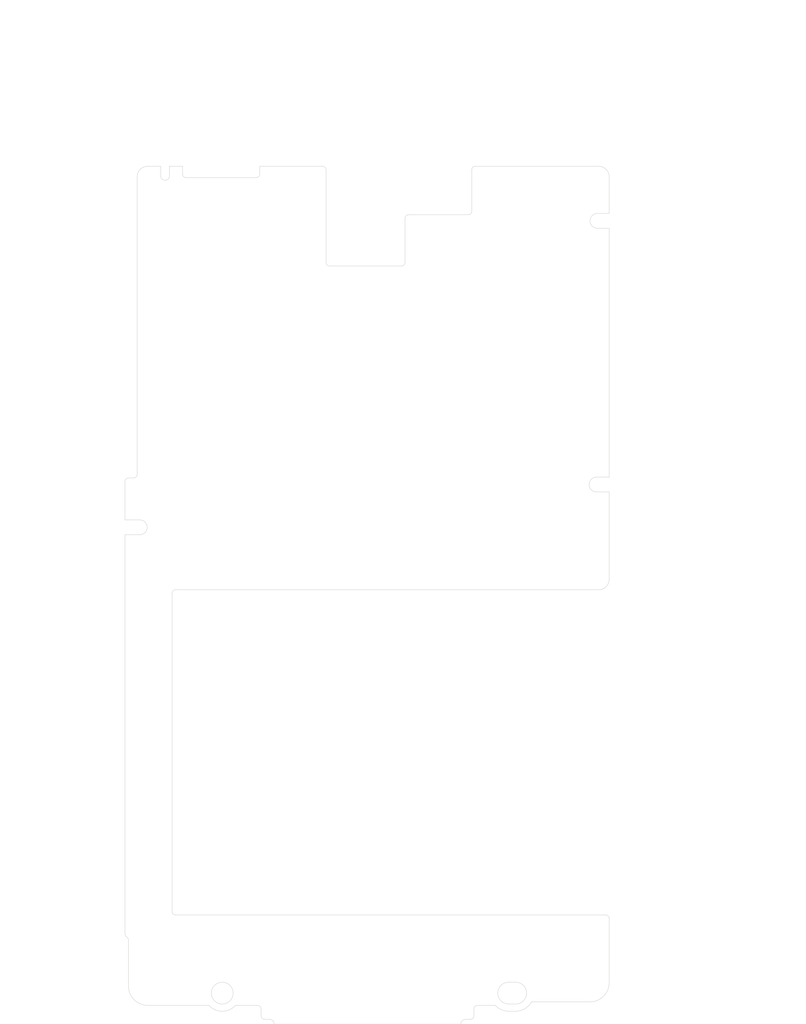
<source format=kicad_pcb>
(kicad_pcb (version 20171130) (host pcbnew "(5.1.6)-1")

  (general
    (thickness 0.8)
    (drawings 43)
    (tracks 0)
    (zones 0)
    (modules 0)
    (nets 1)
  )

  (page A4)
  (layers
    (0 F.Cu signal)
    (31 B.Cu signal)
    (32 B.Adhes user)
    (33 F.Adhes user)
    (34 B.Paste user)
    (35 F.Paste user)
    (36 B.SilkS user)
    (37 F.SilkS user)
    (38 B.Mask user)
    (39 F.Mask user)
    (40 Dwgs.User user)
    (41 Cmts.User user)
    (42 Eco1.User user)
    (43 Eco2.User user)
    (44 Edge.Cuts user)
    (45 Margin user)
    (46 B.CrtYd user)
    (47 F.CrtYd user)
    (48 B.Fab user)
    (49 F.Fab user)
  )

  (setup
    (last_trace_width 0.25)
    (trace_clearance 0.2)
    (zone_clearance 0.508)
    (zone_45_only no)
    (trace_min 0.2)
    (via_size 0.8)
    (via_drill 0.4)
    (via_min_size 0.4)
    (via_min_drill 0.3)
    (uvia_size 0.3)
    (uvia_drill 0.1)
    (uvias_allowed no)
    (uvia_min_size 0.2)
    (uvia_min_drill 0.1)
    (edge_width 0.05)
    (segment_width 0.2)
    (pcb_text_width 0.3)
    (pcb_text_size 1.5 1.5)
    (mod_edge_width 0.12)
    (mod_text_size 1 1)
    (mod_text_width 0.15)
    (pad_size 1.524 1.524)
    (pad_drill 0.762)
    (pad_to_mask_clearance 0.05)
    (aux_axis_origin 0 0)
    (grid_origin 40.64 43.18)
    (visible_elements 7FFFFFFF)
    (pcbplotparams
      (layerselection 0x010fc_ffffffff)
      (usegerberextensions false)
      (usegerberattributes true)
      (usegerberadvancedattributes true)
      (creategerberjobfile true)
      (excludeedgelayer true)
      (linewidth 0.100000)
      (plotframeref false)
      (viasonmask false)
      (mode 1)
      (useauxorigin false)
      (hpglpennumber 1)
      (hpglpenspeed 20)
      (hpglpendiameter 15.000000)
      (psnegative false)
      (psa4output false)
      (plotreference true)
      (plotvalue true)
      (plotinvisibletext false)
      (padsonsilk false)
      (subtractmaskfromsilk false)
      (outputformat 1)
      (mirror false)
      (drillshape 1)
      (scaleselection 1)
      (outputdirectory ""))
  )

  (net 0 "")

  (net_class Default "This is the default net class."
    (clearance 0.2)
    (trace_width 0.25)
    (via_dia 0.8)
    (via_drill 0.4)
    (uvia_dia 0.3)
    (uvia_drill 0.1)
  )

  (gr_text "Board thickness: 0.8mm" (at 71.12 27.94) (layer Cmts.User)
    (effects (font (size 5 5) (thickness 0.5)))
  )
                                          

                                           
                                                                                 
                                                                                 
  (gr_line (start 94.740 44.380) (end 94.740 48.580) (angle 90) (layer Edge.Cuts) (width 0.05))
  (gr_line (start 41.840 43.180) (end 43.340 43.180) (angle 90) (layer Edge.Cuts) (width 0.05))
  (gr_arc (start 41.840 44.380) (end 41.840 43.180) (angle -90.000) (layer Edge.Cuts) (width 0.05))
  (gr_arc (start 93.540 44.380) (end 94.740 44.380) (angle -90.000) (layer Edge.Cuts) (width 0.05))
  (gr_line (start 93.540 91.680) (end 45.040 91.680) (angle 90) (layer Edge.Cuts) (width 0.05))
  (gr_arc (start 93.540 90.480) (end 93.540 91.680) (angle -90.000) (layer Edge.Cuts) (width 0.05))
  (gr_line (start 39.640 78.880) (end 40.240 78.880) (angle 90) (layer Edge.Cuts) (width 0.05))
  (gr_line (start 39.240 79.280) (end 39.240 83.680) (angle 90) (layer Edge.Cuts) (width 0.05))
  (gr_arc (start 39.640 79.280) (end 39.640 78.880) (angle -90.000) (layer Edge.Cuts) (width 0.05))
  (gr_arc (start 40.240 78.480) (end 40.240 78.880) (angle -90.000) (layer Edge.Cuts) (width 0.05))
  (gr_line (start 44.640 92.080) (end 44.640 128.530) (angle 90) (layer Edge.Cuts) (width 0.05))
  (gr_line (start 45.040 128.930) (end 94.340 128.930) (angle 90) (layer Edge.Cuts) (width 0.05))
  (gr_arc (start 45.040 92.080) (end 45.040 91.680) (angle -90.000) (layer Edge.Cuts) (width 0.05))
  (gr_arc (start 45.040 128.530) (end 44.640 128.530) (angle -90.000) (layer Edge.Cuts) (width 0.05))
  (gr_line (start 39.357 131.363) (end 39.523 131.529) (angle 90) (layer Edge.Cuts) (width 0.05))
  (gr_line (start 39.640 131.811) (end 39.640 137.080) (angle 90) (layer Edge.Cuts) (width 0.05))
  (gr_arc (start 39.640 131.080) (end 39.240 131.080) (angle -45.000) (layer Edge.Cuts) (width 0.05))
  (gr_arc (start 39.240 131.811) (end 39.640 131.811) (angle -45.000) (layer Edge.Cuts) (width 0.05))
  (gr_line (start 41.840 139.280) (end 48.858 139.280) (angle 90) (layer Edge.Cuts) (width 0.05))
  (gr_arc (start 41.840 137.080) (end 39.640 137.080) (angle -90.000) (layer Edge.Cuts) (width 0.05))
  (gr_arc (start 50.390 137.880) (end 48.858 139.280) (angle -95.138) (layer Edge.Cuts) (width 0.05))
  (gr_line (start 54.840 139.680) (end 54.840 140.480) (angle 90) (layer Edge.Cuts) (width 0.05))
  (gr_line (start 55.240 140.880) (end 55.790 140.880) (angle 90) (layer Edge.Cuts) (width 0.05))
  (gr_arc (start 54.440 139.680) (end 54.840 139.680) (angle -90.000) (layer Edge.Cuts) (width 0.05))
  (gr_arc (start 55.240 140.480) (end 54.840 140.480) (angle -90.000) (layer Edge.Cuts) (width 0.05))
  (gr_line (start 56.340 141.430) (end 77.740 141.430) (angle 90) (layer Edge.Cuts) (width 0.05))
  (gr_arc (start 55.790 141.430) (end 56.340 141.430) (angle -90.000) (layer Edge.Cuts) (width 0.05))
  (gr_arc (start 78.290 141.430) (end 78.290 140.880) (angle -90.000) (layer Edge.Cuts) (width 0.05))
  (gr_line (start 78.290 140.880) (end 78.840 140.880) (angle 90) (layer Edge.Cuts) (width 0.05))
  (gr_line (start 79.240 140.480) (end 79.240 139.680) (angle 90) (layer Edge.Cuts) (width 0.05))
  (gr_arc (start 78.840 140.480) (end 78.840 140.880) (angle -90.000) (layer Edge.Cuts) (width 0.05))
  (gr_line (start 51.922 139.280) (end 54.440 139.280) (angle 90) (layer Edge.Cuts) (width 0.05))
  (gr_line (start 79.640 139.280) (end 81.690 139.280) (angle 90) (layer Edge.Cuts) (width 0.05))
  (gr_arc (start 79.640 139.680) (end 79.640 139.280) (angle -90.000) (layer Edge.Cuts) (width 0.05))
  (gr_arc (start 83.222 137.880) (end 81.690 139.280) (angle -47.569) (layer Edge.Cuts) (width 0.05))
  (gr_arc (start 84.022 137.880) (end 84.022 139.955) (angle -61.189) (layer Edge.Cuts) (width 0.05))
  (gr_line (start 83.222 139.955) (end 84.022 139.955) (angle 90) (layer Edge.Cuts) (width 0.05))
  (gr_line (start 85.840 138.880) (end 92.540 138.880) (angle 90) (layer Edge.Cuts) (width 0.05))
  (gr_line (start 94.740 129.330) (end 94.740 136.680) (angle 90) (layer Edge.Cuts) (width 0.05))
  (gr_arc (start 92.540 136.680) (end 92.540 138.880) (angle -90.000) (layer Edge.Cuts) (width 0.05))
  (gr_arc (start 94.340 129.330) (end 94.740 129.330) (angle -90.000) (layer Edge.Cuts) (width 0.05))
  (gr_circle (center 50.390 137.880) (end 49.140 137.880) (layer Edge.Cuts) (width 0.05))
  (gr_arc (start 83.222 137.880) (end 83.222 136.630) (angle -180.000) (layer Edge.Cuts) (width 0.05))
  (gr_arc (start 84.022 137.880) (end 84.022 139.130) (angle -180.000) (layer Edge.Cuts) (width 0.05))
  (gr_line (start 83.222 139.130) (end 84.022 139.130) (angle 90) (layer Edge.Cuts) (width 0.05))
  (gr_line (start 83.222 136.630) (end 84.022 136.630) (angle 90) (layer Edge.Cuts) (width 0.05))
  (gr_line (start 78.990 43.580) (end 78.990 48.330) (angle 90) (layer Edge.Cuts) (width 0.05))
  (gr_line (start 71.740 48.730) (end 78.590 48.730) (angle 90) (layer Edge.Cuts) (width 0.05))
  (gr_line (start 71.340 49.130) (end 71.340 54.200) (angle 90) (layer Edge.Cuts) (width 0.05))
  (gr_line (start 62.690 54.600) (end 70.940 54.600) (angle 90) (layer Edge.Cuts) (width 0.05))
  (gr_line (start 62.290 54.200) (end 62.290 43.580) (angle 90) (layer Edge.Cuts) (width 0.05))
  (gr_line (start 79.390 43.180) (end 93.540 43.180) (angle 90) (layer Edge.Cuts) (width 0.05))
  (gr_arc (start 61.890 43.580) (end 62.290 43.580) (angle -90.000) (layer Edge.Cuts) (width 0.05))
  (gr_arc (start 62.690 54.200) (end 62.290 54.200) (angle -90.000) (layer Edge.Cuts) (width 0.05))
  (gr_arc (start 70.940 54.200) (end 70.940 54.600) (angle -90.000) (layer Edge.Cuts) (width 0.05))
  (gr_arc (start 71.740 49.130) (end 71.740 48.730) (angle -90.000) (layer Edge.Cuts) (width 0.05))
  (gr_arc (start 78.590 48.330) (end 78.590 48.730) (angle -90.000) (layer Edge.Cuts) (width 0.05))
  (gr_arc (start 79.390 43.580) (end 79.390 43.180) (angle -90.000) (layer Edge.Cuts) (width 0.05))
  (gr_line (start 45.840 43.180) (end 45.840 44.080) (angle 90) (layer Edge.Cuts) (width 0.05))
  (gr_line (start 46.240 44.480) (end 54.290 44.480) (angle 90) (layer Edge.Cuts) (width 0.05))
  (gr_line (start 54.690 43.180) (end 54.690 44.080) (angle 90) (layer Edge.Cuts) (width 0.05))
  (gr_line (start 54.690 43.180) (end 61.890 43.180) (angle 90) (layer Edge.Cuts) (width 0.05))
  (gr_arc (start 46.240 44.080) (end 45.840 44.080) (angle -90.000) (layer Edge.Cuts) (width 0.05))
  (gr_arc (start 54.290 44.080) (end 54.290 44.480) (angle -90.000) (layer Edge.Cuts) (width 0.05))
  (gr_arc (start 93.390 49.430) (end 93.390 48.580) (angle -180.000) (layer Edge.Cuts) (width 0.05))
  (gr_line (start 93.390 48.580) (end 94.740 48.580) (angle 90) (layer Edge.Cuts) (width 0.05))
  (gr_line (start 93.390 50.280) (end 94.740 50.280) (angle 90) (layer Edge.Cuts) (width 0.05))
  (gr_arc (start 93.290 79.630) (end 93.290 78.780) (angle -180.000) (layer Edge.Cuts) (width 0.05))
  (gr_line (start 93.290 78.780) (end 94.740 78.780) (angle 90) (layer Edge.Cuts) (width 0.05))
  (gr_line (start 93.290 80.480) (end 94.740 80.480) (angle 90) (layer Edge.Cuts) (width 0.05))
  (gr_arc (start 43.840 44.280) (end 43.340 44.280) (angle -180.000) (layer Edge.Cuts) (width 0.05))
  (gr_line (start 43.340 44.280) (end 43.340 43.180) (angle 90) (layer Edge.Cuts) (width 0.05))
  (gr_line (start 44.340 44.280) (end 44.340 43.180) (angle 90) (layer Edge.Cuts) (width 0.05))
  (gr_line (start 39.240 83.680) (end 40.940 83.680) (angle 90) (layer Edge.Cuts) (width 0.05))
  (gr_line (start 39.240 85.380) (end 40.940 85.380) (angle 90) (layer Edge.Cuts) (width 0.05))
  (gr_arc (start 40.940 84.530) (end 40.940 85.380) (angle -180.000) (layer Edge.Cuts) (width 0.05))
  (gr_line (start 94.740 50.280) (end 94.740 78.780) (angle 90) (layer Edge.Cuts) (width 0.05))
  (gr_line (start 44.340 43.180) (end 45.840 43.180) (angle 90) (layer Edge.Cuts) (width 0.05))
  (gr_line (start 39.240 85.380) (end 39.240 131.080) (angle 90) (layer Edge.Cuts) (width 0.05))
  (gr_line (start 40.640 78.480) (end 40.640 44.380) (angle 90) (layer Edge.Cuts) (width 0.05))
  (gr_line (start 94.740 80.480) (end 94.740 90.480) (angle 90) (layer Edge.Cuts) (width 0.05))
)
 
</source>
